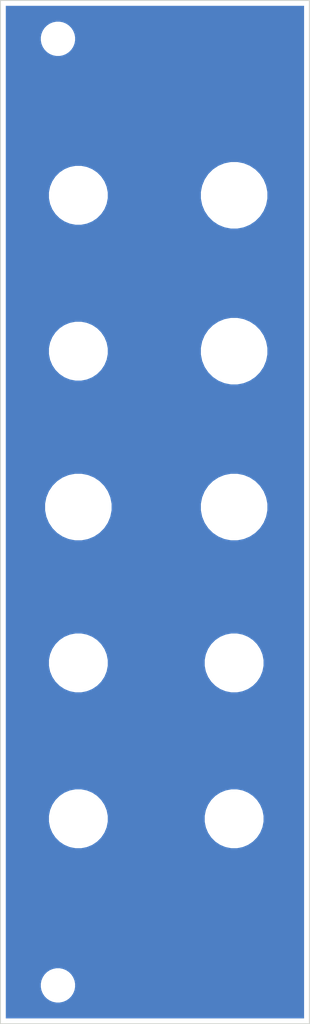
<source format=kicad_pcb>
(kicad_pcb (version 20221018) (generator pcbnew)
  (title_block (title "Echo") (date "2019-09-22") (rev "01") (comment 1 "Echo circuit using the PT2399") (comment 2 "PCB for Panel") (comment 4 "License CC BY 4.0 - Attribution 4.0 International"))
  (layers (0 "F.Cu" signal) (31 "B.Cu" signal) (34 "B.Paste" user) (35 "F.Paste" user) (36 "B.SilkS" user "B.Silkscreen") (37 "F.SilkS" user "F.Silkscreen") (38 "B.Mask" user) (39 "F.Mask" user) (44 "Edge.Cuts" user))
  (net 0 "")
  (footprint "MountingHole:MountingHole_3.2mm_M3" (layer "F.Cu") (at 32.9 30.4)
    (fp_text reference "REF**" hide)
    (fp_text value "MountingHole_3.2mm_M3" hide)
    (pad "" np_thru_hole circle locked (at 0 0) (size 3.2 3.2) (drill 3.2) (layers "*.Cu" "*.Mask"))
  )
  (footprint "MountingHole:MountingHole_3.2mm_M3" (layer "F.Cu") (at 32.9 153.8)
    (fp_text reference "REF**" hide)
    (fp_text value "MountingHole_3.2mm_M3" hide)
    (pad "" np_thru_hole circle locked (at 0 0) (size 3.2 3.2) (drill 3.2) (layers "*.Cu" "*.Mask"))
  )
  (footprint "elektrophon:panel_jack" (layer "F.Cu") (at 35.56 50.8)
    (fp_text reference "H4" hide)
    (fp_text value "recirc")
    (pad "" np_thru_hole circle (at 0 0) (size 6.4 6.4) (drill 6.4) (layers "*.Cu" "*.Mask"))
  )
  (footprint "elektrophon:panel_jack" (layer "F.Cu") (at 35.56 111.76)
    (fp_text reference "H5" hide)
    (fp_text value "in1")
    (pad "" np_thru_hole circle (at 0 0) (size 6.4 6.4) (drill 6.4) (layers "*.Cu" "*.Mask"))
  )
  (footprint "elektrophon:panel_jack" (layer "F.Cu") (at 35.56 132.08)
    (fp_text reference "H6" hide)
    (fp_text value "delay out")
    (pad "" np_thru_hole circle (at 0 0) (size 6.4 6.4) (drill 6.4) (layers "*.Cu" "*.Mask"))
  )
  (footprint "elektrophon:panel_jack" (layer "F.Cu") (at 55.88 111.76)
    (fp_text reference "H9" hide)
    (fp_text value "in2")
    (pad "" np_thru_hole circle (at 0 0) (size 6.4 6.4) (drill 6.4) (layers "*.Cu" "*.Mask"))
  )
  (footprint "elektrophon:panel_jack" (layer "F.Cu") (at 55.88 132.08)
    (fp_text reference "H10" hide)
    (fp_text value "out")
    (pad "" np_thru_hole circle (at 0 0) (size 6.4 6.4) (drill 6.4) (layers "*.Cu" "*.Mask"))
  )
  (footprint "elektrophon:panel_jack" (layer "F.Cu") (at 35.56 71.12)
    (fp_text reference "H2" hide)
    (fp_text value "cv")
    (pad "" np_thru_hole circle (at 0 0) (size 6.4 6.4) (drill 6.4) (layers "*.Cu" "*.Mask"))
  )
  (footprint "elektrophon:panel_potentiometer" (layer "F.Cu") (at 55.88 91.44)
    (fp_text reference "H1" hide)
    (fp_text value "mix")
    (pad "" np_thru_hole circle (at 0 0) (size 7.4 7.4) (drill 7.4) (layers "*.Cu" "*.Mask"))
  )
  (footprint "elektrophon:panel_potentiometer" (layer "F.Cu") (at 55.88 71.12)
    (fp_text reference "H3" hide)
    (fp_text value "delay atten" hide)
    (pad "" np_thru_hole circle (at 0 0) (size 7.4 7.4) (drill 7.4) (layers "*.Cu" "*.Mask"))
  )
  (footprint "elektrophon:panel_potentiometer" (layer "F.Cu") (at 55.88 50.8)
    (fp_text reference "H7" hide)
    (fp_text value "recirc atten" hide)
    (pad "" np_thru_hole circle (at 0 0) (size 7.4 7.4) (drill 7.4) (layers "*.Cu" "*.Mask"))
  )
  (footprint "elektrophon:panel_potentiometer" (layer "F.Cu") (at 35.56 91.44)
    (fp_text reference "H8" hide)
    (fp_text value "delay")
    (pad "" np_thru_hole circle (at 0 0) (size 7.4 7.4) (drill 7.4) (layers "*.Cu" "*.Mask"))
  )
  (gr_line (start 65.7 158.8) (end 25.4 158.8) (stroke (width 0.12)) (layer "Edge.Cuts"))
  (gr_line (start 25.4 25.4) (end 65.7 25.4) (stroke (width 0.12)) (layer "Edge.Cuts"))
  (gr_line (start 65.7 25.4) (end 65.7 158.8) (stroke (width 0.12)) (layer "Edge.Cuts"))
  (gr_line (start 25.4 25.4) (end 25.4 158.8) (stroke (width 0.12)) (layer "Edge.Cuts"))
  (gr_text "R01" (at 60.96 155.09) (layer "F.Cu") (effects (font (size 2 1.4) (thickness 0.25))))
  (zone (net 0) (net_name "") (layer "B.Cu") (connect_pads (clearance 0.508)) (min_thickness 0.254) (fill yes (thermal_gap 0.508) (thermal_bridge_width 0.508))
    (polygon (pts (xy 65.786 158.75) (xy 25.4 158.75) (xy 25.4 25.4) (xy 65.786 25.4)))
  )
)
</source>
